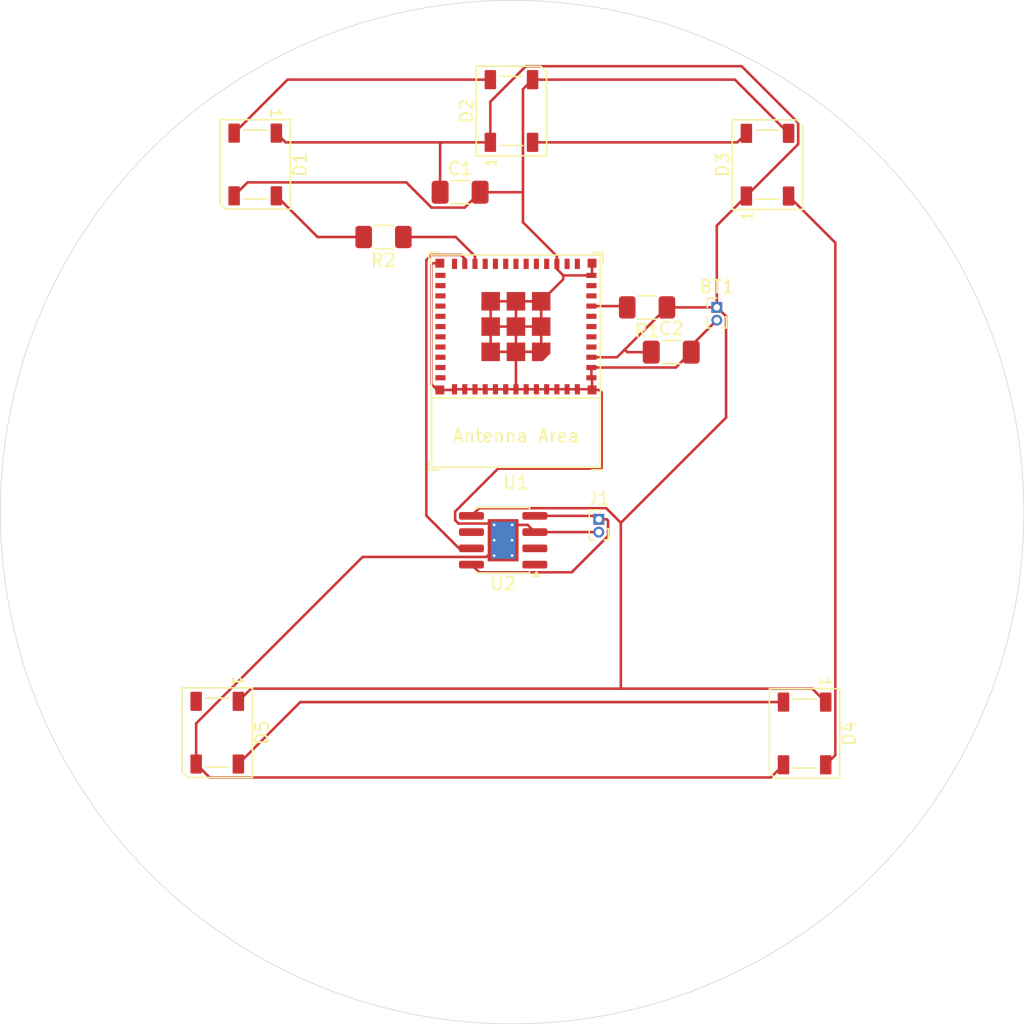
<source format=kicad_pcb>
(kicad_pcb (version 20241229) (generator "pcbnew") (generator_version "9.0")
  (layers (0 "F.Cu" signal) (2 "B.Cu" signal) (13 "F.Paste" user) (15 "B.Paste" user) (5 "F.SilkS" user "F.Silkscreen") (7 "B.SilkS" user "B.Silkscreen") (1 "F.Mask" user) (3 "B.Mask" user) (25 "Edge.Cuts" user))
  (net 0 "")
  (net 1 "/VBAT")
  (net 2 "GND")
  (net 3 "Net-(D1-DOUT)")
  (net 4 "Net-(D1-DIN)")
  (net 5 "Net-(D2-DOUT)")
  (net 6 "Net-(D3-DOUT)")
  (net 7 "Net-(D4-DOUT)")
  (net 9 "/QI_5V")
  (net 10 "Net-(U1-EN{slash}CHIP_PU)")
  (net 11 "/LEDS")
  (net 14 "/CHRG")
  (footprint "Resistor_SMD:R_1206_3216Metric_Pad1.30x1.75mm_HandSolder" (layer "F.Cu") (at 139.95 78.5 180)
    (property "Reference" "R2" (at 0 -1.83 0) (layer "F.SilkS"))
    (property "Value" "330Ω")
    (fp_line (start -0.727064 0.91) (end 0.727064 0.91) (stroke (width 0.12)) (layer "F.SilkS"))
    (fp_line (start -0.727064 -0.91) (end 0.727064 -0.91) (stroke (width 0.12)) (layer "F.SilkS"))
    (pad "1" smd roundrect (at -1.55 0 180) (size 1.3 1.75) (layers "F.Cu" "F.Mask" "F.Paste") (roundrect_rratio 0.192308) (net 11 "/LEDS"))
    (pad "2" smd roundrect (at 1.55 0 180) (size 1.3 1.75) (layers "F.Cu" "F.Mask" "F.Paste") (roundrect_rratio 0.192308) (net 4 "Net-(D1-DIN)"))
  )
  (footprint "Resistor_SMD:R_1206_3216Metric_Pad1.30x1.75mm_HandSolder" (layer "F.Cu") (at 160.55 84 180)
    (property "Reference" "R1" (at 0 -1.83 0) (layer "F.SilkS"))
    (property "Value" "10kΩ")
    (fp_line (start -0.727064 0.91) (end 0.727064 0.91) (stroke (width 0.12)) (layer "F.SilkS"))
    (fp_line (start -0.727064 -0.91) (end 0.727064 -0.91) (stroke (width 0.12)) (layer "F.SilkS"))
    (pad "1" smd roundrect (at -1.55 0 180) (size 1.3 1.75) (layers "F.Cu" "F.Mask" "F.Paste") (roundrect_rratio 0.192308) (net 1 "/VBAT"))
    (pad "2" smd roundrect (at 1.55 0 180) (size 1.3 1.75) (layers "F.Cu" "F.Mask" "F.Paste") (roundrect_rratio 0.192308) (net 10 "Net-(U1-EN{slash}CHIP_PU)"))
  )
  (footprint "LED_SMD:LED_WS2812B_PLCC4_5.0x5.0mm_P3.2mm" (layer "F.Cu") (at 169.960488 72.845884 90)
    (property "Reference" "D3" (at 0 -3.5 90) (layer "F.SilkS"))
    (property "Value" "WS2812B")
    (fp_line (start -3.5 -2.75) (end 3.5 -2.75) (stroke (width 0.12)) (layer "F.SilkS"))
    (fp_line (start -3.5 -2.75) (end -3.5 2.75) (stroke (width 0.12)) (layer "F.SilkS"))
    (fp_line (start 2.7 0.9) (end 2.7 -0.9) (stroke (width 0.12)) (layer "F.SilkS"))
    (fp_line (start -2.7 0.9) (end -2.7 -0.9) (stroke (width 0.12)) (layer "F.SilkS"))
    (fp_line (start 3.5 2.3) (end 3.5 -2.75) (stroke (width 0.12)) (layer "F.SilkS"))
    (fp_line (start 3.05 2.75) (end 3.5 2.3) (stroke (width 0.12)) (layer "F.SilkS"))
    (fp_line (start -3.5 2.75) (end 3.05 2.75) (stroke (width 0.12)) (layer "F.SilkS"))
    (fp_text user "1" (at -4 -1.6 90) (layer "F.SilkS") (effects (font (size 0.8 0.8))))
    (pad "1" smd roundrect (at -2.45 -1.65 90) (size 1.5 0.9) (layers "F.Cu" "F.Mask" "F.Paste") (roundrect_rratio 0.1) (net 1 "/VBAT"))
    (pad "2" smd roundrect (at -2.45 1.65 90) (size 1.5 0.9) (layers "F.Cu" "F.Mask" "F.Paste") (roundrect_rratio 0.1) (net 6 "Net-(D3-DOUT)"))
    (pad "3" smd roundrect (at 2.45 1.65 90) (size 1.5 0.9) (layers "F.Cu" "F.Mask" "F.Paste") (roundrect_rratio 0.1) (net 2 "GND"))
    (pad "4" smd roundrect (at 2.45 -1.65 90) (size 1.5 0.9) (layers "F.Cu" "F.Mask" "F.Paste") (roundrect_rratio 0.1) (net 5 "Net-(D2-DOUT)"))
  )
  (footprint "Connector_PinHeader_1.00mm:PinHeader_1x02_P1.00mm_Vertical" (layer "F.Cu") (at 156.775 100.565)
    (property "Reference" "J1" (at 0 -1.61 0) (layer "F.SilkS"))
    (property "Value" "Qi_Reciever")
    (fp_line (start -0.745 -0.735) (end 0 -0.735) (stroke (width 0.12)) (layer "F.SilkS"))
    (fp_line (start -0.745 0) (end -0.745 -0.735) (stroke (width 0.12)) (layer "F.SilkS"))
    (fp_line (start -0.745 0.735) (end -0.745 1.61) (stroke (width 0.12)) (layer "F.SilkS"))
    (fp_line (start -0.745 0.735) (end -0.685565 0.735) (stroke (width 0.12)) (layer "F.SilkS"))
    (fp_line (start -0.745 1.61) (end -0.41003 1.61) (stroke (width 0.12)) (layer "F.SilkS"))
    (fp_line (start 0.41003 1.61) (end 0.745 1.61) (stroke (width 0.12)) (layer "F.SilkS"))
    (fp_line (start 0.685565 0.735) (end 0.745 0.735) (stroke (width 0.12)) (layer "F.SilkS"))
    (fp_line (start 0.745 0.735) (end 0.745 1.61) (stroke (width 0.12)) (layer "F.SilkS"))
    (pad "1" thru_hole rect (at 0 0) (size 0.85 0.85) (drill 0.5) (layers "*.Cu" "*.Mask") (net 9 "/QI_5V"))
    (pad "2" thru_hole circle (at 0 1) (size 0.85 0.85) (drill 0.5) (layers "*.Cu" "*.Mask") (net 2 "GND"))
  )
  (footprint "Connector_PinHeader_1.00mm:PinHeader_1x02_P1.00mm_Vertical" (layer "F.Cu") (at 166 84)
    (property "Reference" "BT1" (at 0 -1.61 0) (layer "F.SilkS"))
    (property "Value" "Battery_Cell")
    (fp_line (start -0.745 -0.735) (end 0 -0.735) (stroke (width 0.12)) (layer "F.SilkS"))
    (fp_line (start -0.745 0) (end -0.745 -0.735) (stroke (width 0.12)) (layer "F.SilkS"))
    (fp_line (start -0.745 0.735) (end -0.745 1.61) (stroke (width 0.12)) (layer "F.SilkS"))
    (fp_line (start -0.745 0.735) (end -0.685565 0.735) (stroke (width 0.12)) (layer "F.SilkS"))
    (fp_line (start -0.745 1.61) (end -0.41003 1.61) (stroke (width 0.12)) (layer "F.SilkS"))
    (fp_line (start 0.41003 1.61) (end 0.745 1.61) (stroke (width 0.12)) (layer "F.SilkS"))
    (fp_line (start 0.685565 0.735) (end 0.745 0.735) (stroke (width 0.12)) (layer "F.SilkS"))
    (fp_line (start 0.745 0.735) (end 0.745 1.61) (stroke (width 0.12)) (layer "F.SilkS"))
    (pad "1" thru_hole rect (at 0 0) (size 0.85 0.85) (drill 0.5) (layers "*.Cu" "*.Mask") (net 1 "/VBAT"))
    (pad "2" thru_hole circle (at 0 1) (size 0.85 0.85) (drill 0.5) (layers "*.Cu" "*.Mask") (net 2 "GND"))
  )
  (footprint "Capacitor_SMD:C_1206_3216Metric_Pad1.33x1.80mm_HandSolder" (layer "F.Cu") (at 145.9375 75)
    (property "Reference" "C1" (at 0 -1.85 0) (layer "F.SilkS"))
    (property "Value" "100nF")
    (fp_line (start -0.711252 -0.91) (end 0.711252 -0.91) (stroke (width 0.12)) (layer "F.SilkS"))
    (fp_line (start -0.711252 0.91) (end 0.711252 0.91) (stroke (width 0.12)) (layer "F.SilkS"))
    (pad "1" smd roundrect (at -1.5625 0) (size 1.325 1.8) (layers "F.Cu" "F.Mask" "F.Paste") (roundrect_rratio 0.188679) (net 1 "/VBAT"))
    (pad "2" smd roundrect (at 1.5625 0) (size 1.325 1.8) (layers "F.Cu" "F.Mask" "F.Paste") (roundrect_rratio 0.188679) (net 2 "GND"))
  )
  (footprint "LED_SMD:LED_WS2812B_PLCC4_5.0x5.0mm_P3.2mm" (layer "F.Cu") (at 129.923864 72.829689 -90)
    (property "Reference" "D1" (at 0 -3.5 90) (layer "F.SilkS"))
    (property "Value" "WS2812B")
    (fp_line (start -3.5 2.75) (end 3.05 2.75) (stroke (width 0.12)) (layer "F.SilkS"))
    (fp_line (start 3.05 2.75) (end 3.5 2.3) (stroke (width 0.12)) (layer "F.SilkS"))
    (fp_line (start 3.5 2.3) (end 3.5 -2.75) (stroke (width 0.12)) (layer "F.SilkS"))
    (fp_line (start -2.7 0.9) (end -2.7 -0.9) (stroke (width 0.12)) (layer "F.SilkS"))
    (fp_line (start 2.7 0.9) (end 2.7 -0.9) (stroke (width 0.12)) (layer "F.SilkS"))
    (fp_line (start -3.5 -2.75) (end -3.5 2.75) (stroke (width 0.12)) (layer "F.SilkS"))
    (fp_line (start -3.5 -2.75) (end 3.5 -2.75) (stroke (width 0.12)) (layer "F.SilkS"))
    (fp_text user "1" (at -4 -1.6 270) (layer "F.SilkS") (effects (font (size 0.8 0.8))))
    (pad "1" smd roundrect (at -2.45 -1.65 270) (size 1.5 0.9) (layers "F.Cu" "F.Mask" "F.Paste") (roundrect_rratio 0.1) (net 1 "/VBAT"))
    (pad "2" smd roundrect (at -2.45 1.65 270) (size 1.5 0.9) (layers "F.Cu" "F.Mask" "F.Paste") (roundrect_rratio 0.1) (net 3 "Net-(D1-DOUT)"))
    (pad "3" smd roundrect (at 2.45 1.65 270) (size 1.5 0.9) (layers "F.Cu" "F.Mask" "F.Paste") (roundrect_rratio 0.1) (net 2 "GND"))
    (pad "4" smd roundrect (at 2.45 -1.65 270) (size 1.5 0.9) (layers "F.Cu" "F.Mask" "F.Paste") (roundrect_rratio 0.1) (net 4 "Net-(D1-DIN)"))
  )
  (footprint "Capacitor_SMD:C_1206_3216Metric_Pad1.33x1.80mm_HandSolder" (layer "F.Cu") (at 162.4375 87.5)
    (property "Reference" "C2" (at 0 -1.85 0) (layer "F.SilkS"))
    (property "Value" "100nF")
    (fp_line (start -0.711252 -0.91) (end 0.711252 -0.91) (stroke (width 0.12)) (layer "F.SilkS"))
    (fp_line (start -0.711252 0.91) (end 0.711252 0.91) (stroke (width 0.12)) (layer "F.SilkS"))
    (pad "1" smd roundrect (at -1.5625 0) (size 1.325 1.8) (layers "F.Cu" "F.Mask" "F.Paste") (roundrect_rratio 0.188679) (net 1 "/VBAT"))
    (pad "2" smd roundrect (at 1.5625 0) (size 1.325 1.8) (layers "F.Cu" "F.Mask" "F.Paste") (roundrect_rratio 0.188679) (net 2 "GND"))
  )
  (footprint "LED_SMD:LED_WS2812B_PLCC4_5.0x5.0mm_P3.2mm" (layer "F.Cu") (at 149.95 68.65 90)
    (property "Reference" "D2" (at 0 -3.5 90) (layer "F.SilkS"))
    (property "Value" "WS2812B")
    (fp_line (start -3.5 -2.75) (end 3.5 -2.75) (stroke (width 0.12)) (layer "F.SilkS"))
    (fp_line (start -3.5 -2.75) (end -3.5 2.75) (stroke (width 0.12)) (layer "F.SilkS"))
    (fp_line (start 2.7 0.9) (end 2.7 -0.9) (stroke (width 0.12)) (layer "F.SilkS"))
    (fp_line (start -2.7 0.9) (end -2.7 -0.9) (stroke (width 0.12)) (layer "F.SilkS"))
    (fp_line (start 3.5 2.3) (end 3.5 -2.75) (stroke (width 0.12)) (layer "F.SilkS"))
    (fp_line (start 3.05 2.75) (end 3.5 2.3) (stroke (width 0.12)) (layer "F.SilkS"))
    (fp_line (start -3.5 2.75) (end 3.05 2.75) (stroke (width 0.12)) (layer "F.SilkS"))
    (fp_text user "1" (at -4 -1.6 90) (layer "F.SilkS") (effects (font (size 0.8 0.8))))
    (pad "1" smd roundrect (at -2.45 -1.65 90) (size 1.5 0.9) (layers "F.Cu" "F.Mask" "F.Paste") (roundrect_rratio 0.1) (net 1 "/VBAT"))
    (pad "2" smd roundrect (at -2.45 1.65 90) (size 1.5 0.9) (layers "F.Cu" "F.Mask" "F.Paste") (roundrect_rratio 0.1) (net 5 "Net-(D2-DOUT)"))
    (pad "3" smd roundrect (at 2.45 1.65 90) (size 1.5 0.9) (layers "F.Cu" "F.Mask" "F.Paste") (roundrect_rratio 0.1) (net 2 "GND"))
    (pad "4" smd roundrect (at 2.45 -1.65 90) (size 1.5 0.9) (layers "F.Cu" "F.Mask" "F.Paste") (roundrect_rratio 0.1) (net 3 "Net-(D1-DOUT)"))
  )
  (footprint "LED_SMD:LED_WS2812B_PLCC4_5.0x5.0mm_P3.2mm" (layer "F.Cu") (at 126.956373 117.240339 -90)
    (property "Reference" "D5" (at 0 -3.5 90) (layer "F.SilkS"))
    (property "Value" "WS2812B")
    (fp_line (start -3.5 2.75) (end 3.05 2.75) (stroke (width 0.12)) (layer "F.SilkS"))
    (fp_line (start 3.05 2.75) (end 3.5 2.3) (stroke (width 0.12)) (layer "F.SilkS"))
    (fp_line (start 3.5 2.3) (end 3.5 -2.75) (stroke (width 0.12)) (layer "F.SilkS"))
    (fp_line (start -2.7 0.9) (end -2.7 -0.9) (stroke (width 0.12)) (layer "F.SilkS"))
    (fp_line (start 2.7 0.9) (end 2.7 -0.9) (stroke (width 0.12)) (layer "F.SilkS"))
    (fp_line (start -3.5 -2.75) (end -3.5 2.75) (stroke (width 0.12)) (layer "F.SilkS"))
    (fp_line (start -3.5 -2.75) (end 3.5 -2.75) (stroke (width 0.12)) (layer "F.SilkS"))
    (fp_text user "1" (at -4 -1.6 270) (layer "F.SilkS") (effects (font (size 0.8 0.8))))
    (pad "1" smd roundrect (at -2.45 -1.65 270) (size 1.5 0.9) (layers "F.Cu" "F.Mask" "F.Paste") (roundrect_rratio 0.1) (net 1 "/VBAT"))
    (pad "2" smd roundrect (at -2.45 1.65 270) (size 1.5 0.9) (layers "F.Cu" "F.Mask" "F.Paste") (roundrect_rratio 0.1))
    (pad "3" smd roundrect (at 2.45 1.65 270) (size 1.5 0.9) (layers "F.Cu" "F.Mask" "F.Paste") (roundrect_rratio 0.1) (net 2 "GND"))
    (pad "4" smd roundrect (at 2.45 -1.65 270) (size 1.5 0.9) (layers "F.Cu" "F.Mask" "F.Paste") (roundrect_rratio 0.1) (net 7 "Net-(D4-DOUT)"))
  )
  (footprint "Package_SO:SOIC-8-1EP_3.9x4.9mm_P1.27mm_EP2.41x3.3mm_ThermalVias" (layer "F.Cu") (at 149.3 102.2 180)
    (property "Reference" "U2" (at 0 -3.4 0) (layer "F.SilkS"))
    (property "Value" "TP4056-42-ESOP8")
    (fp_line (start 2.06 2.56) (end -2.06 2.56) (stroke (width 0.12)) (layer "F.SilkS"))
    (fp_line (start 2.06 2.465) (end 2.06 2.56) (stroke (width 0.12)) (layer "F.SilkS"))
    (fp_line (start 2.06 -2.56) (end 2.06 -2.465) (stroke (width 0.12)) (layer "F.SilkS"))
    (fp_line (start -2.06 2.56) (end -2.06 2.465) (stroke (width 0.12)) (layer "F.SilkS"))
    (fp_line (start -2.06 -2.465) (end -2.06 -2.56) (stroke (width 0.12)) (layer "F.SilkS"))
    (fp_line (start -2.06 -2.56) (end 2.06 -2.56) (stroke (width 0.12)) (layer "F.SilkS"))
    (fp_poly (pts (xy -2.6 -2.47) (xy -2.84 -2.8) (xy -2.36 -2.8)) (stroke (width 0.12)) (fill yes) (layer "F.SilkS"))
    (pad "1" smd roundrect (at -2.475 -1.905 180) (size 1.95 0.6) (layers "F.Cu" "F.Mask" "F.Paste"))
    (pad "2" smd roundrect (at -2.475 -0.635 180) (size 1.95 0.6) (layers "F.Cu" "F.Mask" "F.Paste"))
    (pad "3" smd roundrect (at -2.475 0.635 180) (size 1.95 0.6) (layers "F.Cu" "F.Mask" "F.Paste") (net 2 "GND"))
    (pad "4" smd roundrect (at -2.475 1.905 180) (size 1.95 0.6) (layers "F.Cu" "F.Mask" "F.Paste") (net 9 "/QI_5V"))
    (pad "5" smd roundrect (at 2.475 1.905 180) (size 1.95 0.6) (layers "F.Cu" "F.Mask" "F.Paste") (net 1 "/VBAT"))
    (pad "6" smd roundrect (at 2.475 0.635 180) (size 1.95 0.6) (layers "F.Cu" "F.Mask" "F.Paste"))
    (pad "7" smd roundrect (at 2.475 -0.635 180) (size 1.95 0.6) (layers "F.Cu" "F.Mask" "F.Paste") (net 14 "/CHRG"))
    (pad "8" smd roundrect (at 2.475 -1.905 180) (size 1.95 0.6) (layers "F.Cu" "F.Mask" "F.Paste") (net 9 "/QI_5V"))
    (pad "9" thru_hole circle (at -0.7 -1.2 180) (size 0.5 0.5) (drill 0.2) (property pad_prop_heatsink) (layers "*.Cu") (net 2 "GND"))
    (pad "9" thru_hole circle (at -0.7 0 180) (size 0.5 0.5) (drill 0.2) (property pad_prop_heatsink) (layers "*.Cu") (net 2 "GND"))
    (pad "9" thru_hole circle (at -0.7 1.2 180) (size 0.5 0.5) (drill 0.2) (property pad_prop_heatsink) (layers "*.Cu") (net 2 "GND"))
    (pad "9" smd rect (at 0 0 180) (size 1.9 2.9) (property pad_prop_heatsink) (layers "B.Cu") (net 2 "GND"))
    (pad "9" smd rect (at 0 0 180) (size 2.41 3.3) (property pad_prop_heatsink) (layers "F.Cu" "F.Mask") (net 2 "GND"))
    (pad "9" thru_hole circle (at 0.7 -1.2 180) (size 0.5 0.5) (drill 0.2) (property pad_prop_heatsink) (layers "*.Cu") (net 2 "GND"))
    (pad "9" thru_hole circle (at 0.7 0 180) (size 0.5 0.5) (drill 0.2) (property pad_prop_heatsink) (layers "*.Cu") (net 2 "GND"))
    (pad "9" thru_hole circle (at 0.7 1.2 180) (size 0.5 0.5) (drill 0.2) (property pad_prop_heatsink) (layers "*.Cu") (net 2 "GND"))
  )
  (footprint "Espressif:ESP32-C3-MINI-1" (layer "F.Cu") (at 150.3 88.2 180)
    (property "Reference" "U1" (at 0 -9.5 0) (layer "F.SilkS"))
    (property "Value" "ESP32-C3-MINI-1")
    (fp_line (start 6.8 8.5) (end 6 8.5) (stroke (width 0.12)) (layer "F.SilkS"))
    (fp_line (start 6.8 7.7) (end 6.8 8.5) (stroke (width 0.12)) (layer "F.SilkS"))
    (fp_line (start 6.8 -8.5) (end 6.8 -7.9) (stroke (width 0.12)) (layer "F.SilkS"))
    (fp_line (start 6.6 8.3) (end -6.6 8.3) (stroke (width 0.12)) (layer "F.SilkS"))
    (fp_line (start 6.6 -8.3) (end 6.6 8.3) (stroke (width 0.12)) (layer "F.SilkS"))
    (fp_line (start 6.05 -8.5) (end 6.8 -8.5) (stroke (width 0.12)) (layer "F.SilkS"))
    (fp_line (start -5.925 -8.5) (end -6.775 -8.5) (stroke (width 0.12)) (layer "F.SilkS"))
    (fp_line (start -6.6 8.3) (end -6.6 -8.3) (stroke (width 0.12)) (layer "F.SilkS"))
    (fp_line (start -6.6 -2.9) (end 6.6 -2.9) (stroke (width 0.12)) (layer "F.SilkS"))
    (fp_line (start -6.6 -8.3) (end 6.6 -8.3) (stroke (width 0.12)) (layer "F.SilkS"))
    (fp_line (start -6.8 8.5) (end -6 8.5) (stroke (width 0.12)) (layer "F.SilkS"))
    (fp_line (start -6.8 7.7) (end -6.8 8.5) (stroke (width 0.12)) (layer "F.SilkS"))
    (fp_text user "Antenna Area" (at 0 -5.85 0) (layer "F.SilkS"))
    (pad "1" smd rect (at -5.9 -1.3 270) (size 0.4 0.8) (layers "F.Cu" "F.Mask" "F.Paste") (net 2 "GND"))
    (pad "2" smd rect (at -5.9 -0.5 270) (size 0.4 0.8) (layers "F.Cu" "F.Mask" "F.Paste") (net 2 "GND"))
    (pad "3" smd rect (at -5.9 0.3 270) (size 0.4 0.8) (layers "F.Cu" "F.Mask" "F.Paste") (net 1 "/VBAT"))
    (pad "4" smd rect (at -5.9 1.1 270) (size 0.4 0.8) (layers "F.Cu" "F.Mask" "F.Paste"))
    (pad "5" smd rect (at -5.9 1.9 270) (size 0.4 0.8) (layers "F.Cu" "F.Mask" "F.Paste"))
    (pad "6" smd rect (at -5.9 2.7 270) (size 0.4 0.8) (layers "F.Cu" "F.Mask" "F.Paste"))
    (pad "7" smd rect (at -5.9 3.5 270) (size 0.4 0.8) (layers "F.Cu" "F.Mask" "F.Paste"))
    (pad "8" smd rect (at -5.9 4.3 270) (size 0.4 0.8) (layers "F.Cu" "F.Mask" "F.Paste") (net 10 "Net-(U1-EN{slash}CHIP_PU)"))
    (pad "9" smd rect (at -5.9 5.1 270) (size 0.4 0.8) (layers "F.Cu" "F.Mask" "F.Paste"))
    (pad "10" smd rect (at -5.9 5.9 270) (size 0.4 0.8) (layers "F.Cu" "F.Mask" "F.Paste"))
    (pad "11" smd rect (at -5.9 6.7 270) (size 0.4 0.8) (layers "F.Cu" "F.Mask" "F.Paste") (net 2 "GND"))
    (pad "12" smd rect (at -4.8 7.6 180) (size 0.4 0.8) (layers "F.Cu" "F.Mask" "F.Paste"))
    (pad "13" smd rect (at -4 7.6 180) (size 0.4 0.8) (layers "F.Cu" "F.Mask" "F.Paste"))
    (pad "14" smd rect (at -3.2 7.6 180) (size 0.4 0.8) (layers "F.Cu" "F.Mask" "F.Paste") (net 2 "GND"))
    (pad "15" smd rect (at -2.4 7.6 180) (size 0.4 0.8) (layers "F.Cu" "F.Mask" "F.Paste"))
    (pad "16" smd rect (at -1.6 7.6 180) (size 0.4 0.8) (layers "F.Cu" "F.Mask" "F.Paste"))
    (pad "17" smd rect (at -0.8 7.6 180) (size 0.4 0.8) (layers "F.Cu" "F.Mask" "F.Paste"))
    (pad "18" smd rect (at 0 7.6 180) (size 0.4 0.8) (layers "F.Cu" "F.Mask" "F.Paste"))
    (pad "19" smd rect (at 0.8 7.6 180) (size 0.4 0.8) (layers "F.Cu" "F.Mask" "F.Paste"))
    (pad "20" smd rect (at 1.6 7.6 180) (size 0.4 0.8) (layers "F.Cu" "F.Mask" "F.Paste"))
    (pad "21" smd rect (at 2.4 7.6 180) (size 0.4 0.8) (layers "F.Cu" "F.Mask" "F.Paste"))
    (pad "22" smd rect (at 3.2 7.6 180) (size 0.4 0.8) (layers "F.Cu" "F.Mask" "F.Paste") (net 11 "/LEDS"))
    (pad "23" smd rect (at 4 7.6 180) (size 0.4 0.8) (layers "F.Cu" "F.Mask" "F.Paste") (net 14 "/CHRG"))
    (pad "24" smd rect (at 4.8 7.6 180) (size 0.4 0.8) (layers "F.Cu" "F.Mask" "F.Paste"))
    (pad "25" smd rect (at 5.9 6.7 270) (size 0.4 0.8) (layers "F.Cu" "F.Mask" "F.Paste"))
    (pad "26" smd rect (at 5.9 5.9 270) (size 0.4 0.8) (layers "F.Cu" "F.Mask" "F.Paste"))
    (pad "27" smd rect (at 5.9 5.1 270) (size 0.4 0.8) (layers "F.Cu" "F.Mask" "F.Paste"))
    (pad "28" smd rect (at 5.9 4.3 270) (size 0.4 0.8) (layers "F.Cu" "F.Mask" "F.Paste"))
    (pad "29" smd rect (at 5.9 3.5 270) (size 0.4 0.8) (layers "F.Cu" "F.Mask" "F.Paste"))
    (pad "30" smd rect (at 5.9 2.7 270) (size 0.4 0.8) (layers "F.Cu" "F.Mask" "F.Paste"))
    (pad "31" smd rect (at 5.9 1.9 270) (size 0.4 0.8) (layers "F.Cu" "F.Mask" "F.Paste"))
    (pad "32" smd rect (at 5.9 1.1 270) (size 0.4 0.8) (layers "F.Cu" "F.Mask" "F.Paste"))
    (pad "33" smd rect (at 5.9 0.3 270) (size 0.4 0.8) (layers "F.Cu" "F.Mask" "F.Paste"))
    (pad "34" smd rect (at 5.9 -0.5 270) (size 0.4 0.8) (layers "F.Cu" "F.Mask" "F.Paste"))
    (pad "35" smd rect (at 5.9 -1.3 270) (size 0.4 0.8) (layers "F.Cu" "F.Mask" "F.Paste"))
    (pad "36" smd rect (at 4.8 -2.2 180) (size 0.4 0.8) (layers "F.Cu" "F.Mask" "F.Paste") (net 2 "GND"))
    (pad "37" smd rect (at 4 -2.2 180) (size 0.4 0.8) (layers "F.Cu" "F.Mask" "F.Paste") (net 2 "GND"))
    (pad "38" smd rect (at 3.2 -2.2 180) (size 0.4 0.8) (layers "F.Cu" "F.Mask" "F.Paste") (net 2 "GND"))
    (pad "39" smd rect (at 2.4 -2.2 180) (size 0.4 0.8) (layers "F.Cu" "F.Mask" "F.Paste") (net 2 "GND"))
    (pad "40" smd rect (at 1.6 -2.2 180) (size 0.4 0.8) (layers "F.Cu" "F.Mask" "F.Paste") (net 2 "GND"))
    (pad "41" smd rect (at 0.8 -2.2 180) (size 0.4 0.8) (layers "F.Cu" "F.Mask" "F.Paste") (net 2 "GND"))
    (pad "42" smd rect (at 0 -2.2 180) (size 0.4 0.8) (layers "F.Cu" "F.Mask" "F.Paste") (net 2 "GND"))
    (pad "43" smd rect (at -0.8 -2.2 180) (size 0.4 0.8) (layers "F.Cu" "F.Mask" "F.Paste") (net 2 "GND"))
    (pad "44" smd rect (at -1.6 -2.2 180) (size 0.4 0.8) (layers "F.Cu" "F.Mask" "F.Paste") (net 2 "GND"))
    (pad "45" smd rect (at -2.4 -2.2 180) (size 0.4 0.8) (layers "F.Cu" "F.Mask" "F.Paste") (net 2 "GND"))
    (pad "46" smd rect (at -3.2 -2.2 180) (size 0.4 0.8) (layers "F.Cu" "F.Mask" "F.Paste") (net 2 "GND"))
    (pad "47" smd rect (at -4 -2.2 180) (size 0.4 0.8) (layers "F.Cu" "F.Mask" "F.Paste") (net 2 "GND"))
    (pad "48" smd rect (at -4.8 -2.2 180) (size 0.4 0.8) (layers "F.Cu" "F.Mask" "F.Paste") (net 2 "GND"))
    (pad "49" smd custom (at -1.975 0.725 180) (size 0.8 0.8) (layers "F.Cu" "F.Mask" "F.Paste") (net 2 "GND") (options (clearance outline) (anchor rect)) (primitives (gr_poly (pts (xy 0.725 0.725) (xy -0.725 0.725) (xy -0.725 -0.125) (xy -0.125 -0.725) (xy 0.725 -0.725)) (width 0) (fill yes))))
    (pad "49" smd rect (at -1.975 2.7 270) (size 1.45 1.45) (layers "F.Cu" "F.Mask" "F.Paste") (net 2 "GND"))
    (pad "49" smd rect (at -1.975 4.675 270) (size 1.45 1.45) (layers "F.Cu" "F.Mask" "F.Paste") (net 2 "GND"))
    (pad "49" smd rect (at 0 0.725 270) (size 1.45 1.45) (layers "F.Cu" "F.Mask" "F.Paste") (net 2 "GND"))
    (pad "49" smd rect (at 0 2.7 270) (size 1.45 1.45) (layers "F.Cu" "F.Mask" "F.Paste") (net 2 "GND"))
    (pad "49" smd rect (at 0 4.675 270) (size 1.45 1.45) (layers "F.Cu" "F.Mask" "F.Paste") (net 2 "GND"))
    (pad "49" smd rect (at 1.975 0.725 270) (size 1.45 1.45) (layers "F.Cu" "F.Mask" "F.Paste") (net 2 "GND"))
    (pad "49" smd rect (at 1.975 2.7 270) (size 1.45 1.45) (layers "F.Cu" "F.Mask" "F.Paste") (net 2 "GND"))
    (pad "49" smd rect (at 1.975 4.675 270) (size 1.45 1.45) (layers "F.Cu" "F.Mask" "F.Paste") (net 2 "GND"))
    (pad "50" smd rect (at 5.95 -2.25 270) (size 0.7 0.7) (layers "F.Cu" "F.Mask" "F.Paste") (net 2 "GND"))
    (pad "51" smd rect (at 5.95 7.65 270) (size 0.7 0.7) (layers "F.Cu" "F.Mask" "F.Paste") (net 2 "GND"))
    (pad "52" smd rect (at -5.95 7.65 270) (size 0.7 0.7) (layers "F.Cu" "F.Mask" "F.Paste") (net 2 "GND"))
    (pad "53" smd rect (at -5.95 -2.25 270) (size 0.7 0.7) (layers "F.Cu" "F.Mask" "F.Paste") (net 2 "GND"))
  )
  (footprint "LED_SMD:LED_WS2812B_PLCC4_5.0x5.0mm_P3.2mm" (layer "F.Cu") (at 172.862501 117.300309 -90)
    (property "Reference" "D4" (at 0 -3.5 90) (layer "F.SilkS"))
    (property "Value" "WS2812B")
    (fp_line (start -3.5 2.75) (end 3.05 2.75) (stroke (width 0.12)) (layer "F.SilkS"))
    (fp_line (start 3.05 2.75) (end 3.5 2.3) (stroke (width 0.12)) (layer "F.SilkS"))
    (fp_line (start 3.5 2.3) (end 3.5 -2.75) (stroke (width 0.12)) (layer "F.SilkS"))
    (fp_line (start -2.7 0.9) (end -2.7 -0.9) (stroke (width 0.12)) (layer "F.SilkS"))
    (fp_line (start 2.7 0.9) (end 2.7 -0.9) (stroke (width 0.12)) (layer "F.SilkS"))
    (fp_line (start -3.5 -2.75) (end -3.5 2.75) (stroke (width 0.12)) (layer "F.SilkS"))
    (fp_line (start -3.5 -2.75) (end 3.5 -2.75) (stroke (width 0.12)) (layer "F.SilkS"))
    (fp_text user "1" (at -4 -1.6 270) (layer "F.SilkS") (effects (font (size 0.8 0.8))))
    (pad "1" smd roundrect (at -2.45 -1.65 270) (size 1.5 0.9) (layers "F.Cu" "F.Mask" "F.Paste") (roundrect_rratio 0.1) (net 1 "/VBAT"))
    (pad "2" smd roundrect (at -2.45 1.65 270) (size 1.5 0.9) (layers "F.Cu" "F.Mask" "F.Paste") (roundrect_rratio 0.1) (net 7 "Net-(D4-DOUT)"))
    (pad "3" smd roundrect (at 2.45 1.65 270) (size 1.5 0.9) (layers "F.Cu" "F.Mask" "F.Paste") (roundrect_rratio 0.1) (net 2 "GND"))
    (pad "4" smd roundrect (at 2.45 -1.65 270) (size 1.5 0.9) (layers "F.Cu" "F.Mask" "F.Paste") (roundrect_rratio 0.1) (net 6 "Net-(D3-DOUT)"))
  )
  (gr_circle (center 150 100) (end 190 100) (stroke (width 0.05)) (fill no) (layer "Edge.Cuts"))
  (segment (start 158.5 113.799309) (end 173.461501 113.799309) (width 0.2) (layer "F.Cu") (net 1))
  (segment (start 166 77.606372) (end 168.310488 75.295884) (width 0.2) (layer "F.Cu") (net 1))
  (segment (start 128.606373 114.790339) (end 129.597403 113.799309) (width 0.2) (layer "F.Cu") (net 1))
  (segment (start 158.8 87.3) (end 162.1 84) (width 0.2) (layer "F.Cu") (net 1))
  (segment (start 156.2 87.9) (end 158.2 87.9) (width 0.2) (layer "F.Cu") (net 1))
  (segment (start 173.461501 113.799309) (end 174.512501 114.850309) (width 0.2) (layer "F.Cu") (net 1))
  (segment (start 166.726 84.69928) (end 166.726 92.612) (width 0.2) (layer "F.Cu") (net 1))
  (segment (start 129.597403 113.799309) (end 158.5 113.799309) (width 0.2) (layer "F.Cu") (net 1))
  (segment (start 172.361488 71.244884) (end 168.310488 75.295884) (width 0.2) (layer "F.Cu") (net 1))
  (segment (start 166.726 92.612) (end 158.5 100.838) (width 0.2) (layer "F.Cu") (net 1))
  (segment (start 160.875 87.5) (end 159 87.5) (width 0.2) (layer "F.Cu") (net 1))
  (segment (start 151.075548 65.149) (end 167.939056 65.149) (width 0.2) (layer "F.Cu") (net 1))
  (segment (start 131.573864 70.379689) (end 132.294175 71.1) (width 0.2) (layer "F.Cu") (net 1))
  (segment (start 172.361488 69.571432) (end 172.361488 71.244884) (width 0.2) (layer "F.Cu") (net 1))
  (segment (start 146.825 100.295) (end 147.426 99.694) (width 0.2) (layer "F.Cu") (net 1))
  (segment (start 159 87.5) (end 158.8 87.3) (width 0.2) (layer "F.Cu") (net 1))
  (segment (start 148.3 71.1) (end 148.3 67.924548) (width 0.2) (layer "F.Cu") (net 1))
  (segment (start 166 84) (end 166.02672 84) (width 0.2) (layer "F.Cu") (net 1))
  (segment (start 144.5 71.1) (end 148.3 71.1) (width 0.2) (layer "F.Cu") (net 1))
  (segment (start 147.426 99.694) (end 157.356 99.694) (width 0.2) (layer "F.Cu") (net 1))
  (segment (start 158.5 100.838) (end 158.5 113.799309) (width 0.2) (layer "F.Cu") (net 1))
  (segment (start 166 84) (end 166 77.606372) (width 0.2) (layer "F.Cu") (net 1))
  (segment (start 162.1 84) (end 166 84) (width 0.2) (layer "F.Cu") (net 1))
  (segment (start 157.356 99.694) (end 158.5 100.838) (width 0.2) (layer "F.Cu") (net 1))
  (segment (start 144.375 71.225) (end 144.5 71.1) (width 0.2) (layer "F.Cu") (net 1))
  (segment (start 148.3 67.924548) (end 151.075548 65.149) (width 0.2) (layer "F.Cu") (net 1))
  (segment (start 167.939056 65.149) (end 172.361488 69.571432) (width 0.2) (layer "F.Cu") (net 1))
  (segment (start 132.294175 71.1) (end 144.5 71.1) (width 0.2) (layer "F.Cu") (net 1))
  (segment (start 144.375 75) (end 144.375 71.225) (width 0.2) (layer "F.Cu") (net 1))
  (segment (start 166.02672 84) (end 166.726 84.69928) (width 0.2) (layer "F.Cu") (net 1))
  (segment (start 158.2 87.9) (end 158.8 87.3) (width 0.2) (layer "F.Cu") (net 1))
  (segment (start 156.8 90.45) (end 156.25 90.45) (width 0.2) (layer "F.Cu") (net 2))
  (segment (start 138.31726 103.504) (end 147.996 103.504) (width 0.2) (layer "F.Cu") (net 2))
  (segment (start 143.699 80.651) (end 143.699 90.001) (width 0.2) (layer "F.Cu") (net 2))
  (segment (start 144.148 90.45) (end 144.35 90.45) (width 0.2) (layer "F.Cu") (net 2))
  (segment (start 164 87.5) (end 162.8 88.7) (width 0.2) (layer "F.Cu") (net 2))
  (segment (start 145.549 99.954032) (end 148.902032 96.601) (width 0.2) (layer "F.Cu") (net 2))
  (segment (start 152.275 83.525) (end 150.3 83.525) (width 0.2) (layer "F.Cu") (net 2))
  (segment (start 149.5 90.4) (end 150.3 90.4) (width 0.2) (layer "F.Cu") (net 2))
  (segment (start 143.699 90.001) (end 144.148 90.45) (width 0.2) (layer "F.Cu") (net 2))
  (segment (start 148.325 85.5) (end 148.325 87.475) (width 0.2) (layer "F.Cu") (net 2))
  (segment (start 148.325 85.5) (end 150.3 85.5) (width 0.2) (layer "F.Cu") (net 2))
  (segment (start 150.3 85.5) (end 152.275 85.5) (width 0.2) (layer "F.Cu") (net 2))
  (segment (start 170.221471 120.741339) (end 126.357373 120.741339) (width 0.2) (layer "F.Cu") (net 2))
  (segment (start 152.275 87.475) (end 152.275 85.5) (width 0.2) (layer "F.Cu") (net 2))
  (segment (start 147.996 103.504) (end 149.3 102.2) (width 0.2) (layer "F.Cu") (net 2))
  (segment (start 148.902032 96.601) (end 156.941836 96.601) (width 0.2) (layer "F.Cu") (net 2))
  (segment (start 150.3 90.4) (end 151.1 90.4) (width 0.2) (layer "F.Cu") (net 2))
  (segment (start 129.324864 74.228689) (end 141.728689 74.228689) (width 0.2) (layer "F.Cu") (net 2))
  (segment (start 148.325 87.475) (end 150.3 87.475) (width 0.2) (layer "F.Cu") (net 2))
  (segment (start 151.775 101.565) (end 156.775 101.565) (width 0.2) (layer "F.Cu") (net 2))
  (segment (start 150.3 87.475) (end 152.275 87.475) (width 0.2) (layer "F.Cu") (net 2))
  (segment (start 171.610488 70.395884) (end 167.414604 66.2) (width 0.2) (layer "F.Cu") (net 2))
  (segment (start 153.998 81.5) (end 153.998 81.802) (width 0.2) (layer "F.Cu") (net 2))
  (segment (start 148.7 90.4) (end 149.5 90.4) (width 0.2) (layer "F.Cu") (net 2))
  (segment (start 125.306373 116.514887) (end 138.31726 103.504) (width 0.2) (layer "F.Cu") (net 2))
  (segment (start 152.275 85.5) (end 152.275 83.525) (width 0.2) (layer "F.Cu") (net 2))
  (segment (start 151.6 66.2) (end 150.849 66.951) (width 0.2) (layer "F.Cu") (net 2))
  (segment (start 146.299 76.201) (end 147.5 75) (width 0.2) (layer "F.Cu") (net 2))
  (segment (start 150 101) (end 151.21 101) (width 0.2) (layer "F.Cu") (net 2))
  (segment (start 148.496 100.896) (end 145.809032 100.896) (width 0.2) (layer "F.Cu") (net 2))
  (segment (start 153.5 80) (end 153.5 80.6) (width 0.2) (layer "F.Cu") (net 2))
  (segment (start 150.3 85.5) (end 150.3 83.525) (width 0.2) (layer "F.Cu") (net 2))
  (segment (start 153.5 81.002) (end 153.998 81.5) (width 0.2) (layer "F.Cu") (net 2))
  (segment (start 164 87) (end 166 85) (width 0.2) (layer "F.Cu") (net 2))
  (segment (start 153.5 90.4) (end 154.3 90.4) (width 0.2) (layer "F.Cu") (net 2))
  (segment (start 153.5 80.6) (end 153.5 81.002) (width 0.2) (layer "F.Cu") (net 2))
  (segment (start 155.1 90.4) (end 156.2 90.4) (width 0.2) (layer "F.Cu") (net 2))
  (segment (start 162.8 88.7) (end 156.2 88.7) (width 0.2) (layer "F.Cu") (net 2))
  (segment (start 171.212501 119.750309) (end 170.221471 120.741339) (width 0.2) (layer "F.Cu") (net 2))
  (segment (start 152.275 83.525) (end 148.325 83.525) (width 0.2) (layer "F.Cu") (net 2))
  (segment (start 144.35 90.45) (end 145.45 90.45) (width 0.2) (layer "F.Cu") (net 2))
  (segment (start 150.849 66.951) (end 150.849 75) (width 0.2) (layer "F.Cu") (net 2))
  (segment (start 143.8 80.55) (end 143.699 80.651) (width 0.2) (layer "F.Cu") (net 2))
  (segment (start 125.306373 119.690339) (end 125.306373 116.514887) (width 0.2) (layer "F.Cu") (net 2))
  (segment (start 147.1 90.4) (end 146.3 90.4) (width 0.2) (layer "F.Cu") (net 2))
  (segment (start 164 87.5) (end 164 87) (width 0.2) (layer "F.Cu") (net 2))
  (segment (start 156.941836 96.601) (end 157.001 96.541836) (width 0.2) (layer "F.Cu") (net 2))
  (segment (start 156.25 80.55) (end 156.25 81.45) (width 0.2) (layer "F.Cu") (net 2))
  (segment (start 156.2 89.5) (end 156.2 88.7) (width 0.2) (layer "F.Cu") (net 2))
  (segment (start 148.6 101) (end 148.496 100.896) (width 0.2) (layer "F.Cu") (net 2))
  (segment (start 151.9 90.4) (end 152.7 90.4) (width 0.2) (layer "F.Cu") (net 2))
  (segment (start 150.849 77.349) (end 153.5 80) (width 0.2) (layer "F.Cu") (net 2))
  (segment (start 156.25 90.45) (end 156.25 89.55) (width 0.2) (layer "F.Cu") (net 2))
  (segment (start 145.5 90.4) (end 146.3 90.4) (width 0.2) (layer "F.Cu") (net 2))
  (segment (start 151.1 90.4) (end 151.9 90.4) (width 0.2) (layer "F.Cu") (net 2))
  (segment (start 167.414604 66.2) (end 151.6 66.2) (width 0.2) (layer "F.Cu") (net 2))
  (segment (start 126.357373 120.741339) (end 125.306373 119.690339) (width 0.2) (layer "F.Cu") (net 2))
  (segment (start 144.35 80.55) (end 143.8 80.55) (width 0.2) (layer "F.Cu") (net 2))
  (segment (start 153.998 81.802) (end 152.275 83.525) (width 0.2) (layer "F.Cu") (net 2))
  (segment (start 145.549 100.635968) (end 145.549 99.954032) (width 0.2) (layer "F.Cu") (net 2))
  (segment (start 147.9 90.4) (end 147.1 90.4) (width 0.2) (layer "F.Cu") (net 2))
  (segment (start 156.25 81.45) (end 156.2 81.5) (width 0.2) (layer "F.Cu") (net 2))
  (segment (start 150.849 75) (end 150.849 77.349) (width 0.2) (layer "F.Cu") (net 2))
  (segment (start 141.728689 74.228689) (end 143.701 76.201) (width 0.2) (layer "F.Cu") (net 2))
  (segment (start 128.273864 75.279689) (end 129.324864 74.228689) (width 0.2) (layer "F.Cu") (net 2))
  (segment (start 153.998 81.5) (end 156.2 81.5) (width 0.2) (layer "F.Cu") (net 2))
  (segment (start 151.21 101) (end 151.775 101.565) (width 0.2) (layer "F.Cu") (net 2))
  (segment (start 143.701 76.201) (end 146.299 76.201) (width 0.2) (layer "F.Cu") (net 2))
  (segment (start 145.45 90.45) (end 145.5 90.4) (width 0.2) (layer "F.Cu") (net 2))
  (segment (start 157.001 90.651) (end 156.8 90.45) (width 0.2) (layer "F.Cu") (net 2))
  (segment (start 150.3 87.475) (end 150.3 90.4) (width 0.2) (layer "F.Cu") (net 2))
  (segment (start 156.2 90.4) (end 156.25 90.45) (width 0.2) (layer "F.Cu") (net 2))
  (segment (start 145.809032 100.896) (end 145.549 100.635968) (width 0.2) (layer "F.Cu") (net 2))
  (segment (start 156.25 89.55) (end 156.2 89.5) (width 0.2) (layer "F.Cu") (net 2))
  (segment (start 157.001 96.541836) (end 157.001 90.651) (width 0.2) (layer "F.Cu") (net 2))
  (segment (start 148.325 83.525) (end 148.325 85.5) (width 0.2) (layer "F.Cu") (net 2))
  (segment (start 152.7 90.4) (end 153.5 90.4) (width 0.2) (layer "F.Cu") (net 2))
  (segment (start 154.3 90.4) (end 155.1 90.4) (width 0.2) (layer "F.Cu") (net 2))
  (segment (start 148.7 90.4) (end 147.9 90.4) (width 0.2) (layer "F.Cu") (net 2))
  (segment (start 147.5 75) (end 150.849 75) (width 0.2) (layer "F.Cu") (net 2))
  (segment (start 150.3 87.475) (end 150.3 85.5) (width 0.2) (layer "F.Cu") (net 2))
  (segment (start 132.453553 66.2) (end 148.3 66.2) (width 0.2) (layer "F.Cu") (net 3))
  (segment (start 128.273864 70.379689) (end 132.453553 66.2) (width 0.2) (layer "F.Cu") (net 3))
  (segment (start 138.4 78.5) (end 134.794175 78.5) (width 0.2) (layer "F.Cu") (net 4))
  (segment (start 134.794175 78.5) (end 131.573864 75.279689) (width 0.2) (layer "F.Cu") (net 4))
  (segment (start 167.606372 71.1) (end 151.6 71.1) (width 0.2) (layer "F.Cu") (net 5))
  (segment (start 168.310488 70.395884) (end 167.606372 71.1) (width 0.2) (layer "F.Cu") (net 5))
  (segment (start 175.263501 118.999309) (end 175.263501 78.948897) (width 0.2) (layer "F.Cu") (net 6))
  (segment (start 175.263501 78.948897) (end 171.610488 75.295884) (width 0.2) (layer "F.Cu") (net 6))
  (segment (start 174.512501 119.750309) (end 175.263501 118.999309) (width 0.2) (layer "F.Cu") (net 6))
  (segment (start 133.446403 114.850309) (end 128.606373 119.690339) (width 0.2) (layer "F.Cu") (net 7))
  (segment (start 171.212501 114.850309) (end 133.446403 114.850309) (width 0.2) (layer "F.Cu") (net 7))
  (segment (start 157.4 100.565) (end 156.775 100.565) (width 0.2) (layer "F.Cu") (net 9))
  (segment (start 157.501 101.86572) (end 157.501 100.666) (width 0.2) (layer "F.Cu") (net 9))
  (segment (start 157.501 100.666) (end 157.4 100.565) (width 0.2) (layer "F.Cu") (net 9))
  (segment (start 151.775 100.295) (end 156.505 100.295) (width 0.2) (layer "F.Cu") (net 9))
  (segment (start 147.426 104.706) (end 154.66072 104.706) (width 0.2) (layer "F.Cu") (net 9))
  (segment (start 146.825 104.105) (end 147.426 104.706) (width 0.2) (layer "F.Cu") (net 9))
  (segment (start 156.505 100.295) (end 156.775 100.565) (width 0.2) (layer "F.Cu") (net 9))
  (segment (start 154.66072 104.706) (end 157.501 101.86572) (width 0.2) (layer "F.Cu") (net 9))
  (segment (start 158.9 83.9) (end 159 84) (width 0.2) (layer "F.Cu") (net 10))
  (segment (start 156.2 83.9) (end 158.9 83.9) (width 0.2) (layer "F.Cu") (net 10))
  (segment (start 145.6 78.5) (end 147.1 80) (width 0.2) (layer "F.Cu") (net 11))
  (segment (start 141.5 78.5) (end 145.6 78.5) (width 0.2) (layer "F.Cu") (net 11))
  (segment (start 147.1 80) (end 147.1 80.6) (width 0.2) (layer "F.Cu") (net 11))
  (segment (start 143.699 79.899) (end 143.298 80.3) (width 0.2) (layer "F.Cu") (net 14))
  (segment (start 146.3 80.6) (end 146.3 80.198) (width 0.2) (layer "F.Cu") (net 14))
  (segment (start 143.298 100.282999) (end 145.850001 102.835) (width 0.2) (layer "F.Cu") (net 14))
  (segment (start 143.298 80.3) (end 143.298 100.282999) (width 0.2) (layer "F.Cu") (net 14))
  (segment (start 146.3 80.198) (end 146.001 79.899) (width 0.2) (layer "F.Cu") (net 14))
  (segment (start 146.001 79.899) (end 143.699 79.899) (width 0.2) (layer "F.Cu") (net 14))
  (segment (start 145.850001 102.835) (end 146.825 102.835) (width 0.2) (layer "F.Cu") (net 14))
)
</source>
